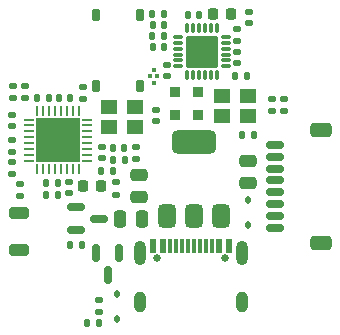
<source format=gbr>
%TF.GenerationSoftware,KiCad,Pcbnew,8.0.3-8.0.3-0~ubuntu24.04.1*%
%TF.CreationDate,2024-07-12T17:05:18+02:00*%
%TF.ProjectId,erace-rx-v2,65726163-652d-4727-982d-76322e6b6963,rev?*%
%TF.SameCoordinates,Original*%
%TF.FileFunction,Soldermask,Top*%
%TF.FilePolarity,Negative*%
%FSLAX46Y46*%
G04 Gerber Fmt 4.6, Leading zero omitted, Abs format (unit mm)*
G04 Created by KiCad (PCBNEW 8.0.3-8.0.3-0~ubuntu24.04.1) date 2024-07-12 17:05:18*
%MOMM*%
%LPD*%
G01*
G04 APERTURE LIST*
G04 Aperture macros list*
%AMRoundRect*
0 Rectangle with rounded corners*
0 $1 Rounding radius*
0 $2 $3 $4 $5 $6 $7 $8 $9 X,Y pos of 4 corners*
0 Add a 4 corners polygon primitive as box body*
4,1,4,$2,$3,$4,$5,$6,$7,$8,$9,$2,$3,0*
0 Add four circle primitives for the rounded corners*
1,1,$1+$1,$2,$3*
1,1,$1+$1,$4,$5*
1,1,$1+$1,$6,$7*
1,1,$1+$1,$8,$9*
0 Add four rect primitives between the rounded corners*
20,1,$1+$1,$2,$3,$4,$5,0*
20,1,$1+$1,$4,$5,$6,$7,0*
20,1,$1+$1,$6,$7,$8,$9,0*
20,1,$1+$1,$8,$9,$2,$3,0*%
G04 Aperture macros list end*
%ADD10RoundRect,0.140000X0.170000X-0.140000X0.170000X0.140000X-0.170000X0.140000X-0.170000X-0.140000X0*%
%ADD11RoundRect,0.135000X0.135000X0.185000X-0.135000X0.185000X-0.135000X-0.185000X0.135000X-0.185000X0*%
%ADD12RoundRect,0.140000X0.140000X0.170000X-0.140000X0.170000X-0.140000X-0.170000X0.140000X-0.170000X0*%
%ADD13RoundRect,0.140000X-0.140000X-0.170000X0.140000X-0.170000X0.140000X0.170000X-0.140000X0.170000X0*%
%ADD14C,0.650000*%
%ADD15R,0.600000X1.150000*%
%ADD16R,0.300000X1.150000*%
%ADD17O,1.000000X2.100000*%
%ADD18O,1.000000X1.800000*%
%ADD19R,1.400000X1.200000*%
%ADD20R,0.450000X0.300000*%
%ADD21R,0.300000X0.450000*%
%ADD22RoundRect,0.135000X-0.135000X-0.185000X0.135000X-0.185000X0.135000X0.185000X-0.135000X0.185000X0*%
%ADD23RoundRect,0.135000X0.185000X-0.135000X0.185000X0.135000X-0.185000X0.135000X-0.185000X-0.135000X0*%
%ADD24RoundRect,0.135000X-0.185000X0.135000X-0.185000X-0.135000X0.185000X-0.135000X0.185000X0.135000X0*%
%ADD25RoundRect,0.150000X0.625000X-0.150000X0.625000X0.150000X-0.625000X0.150000X-0.625000X-0.150000X0*%
%ADD26RoundRect,0.250000X0.650000X-0.350000X0.650000X0.350000X-0.650000X0.350000X-0.650000X-0.350000X0*%
%ADD27RoundRect,0.147500X0.147500X0.172500X-0.147500X0.172500X-0.147500X-0.172500X0.147500X-0.172500X0*%
%ADD28RoundRect,0.150000X-0.587500X-0.150000X0.587500X-0.150000X0.587500X0.150000X-0.587500X0.150000X0*%
%ADD29RoundRect,0.218750X0.218750X0.256250X-0.218750X0.256250X-0.218750X-0.256250X0.218750X-0.256250X0*%
%ADD30RoundRect,0.062500X0.062500X-0.337500X0.062500X0.337500X-0.062500X0.337500X-0.062500X-0.337500X0*%
%ADD31RoundRect,0.062500X0.337500X-0.062500X0.337500X0.062500X-0.337500X0.062500X-0.337500X-0.062500X0*%
%ADD32R,3.700000X3.700000*%
%ADD33RoundRect,0.250000X0.475000X-0.250000X0.475000X0.250000X-0.475000X0.250000X-0.475000X-0.250000X0*%
%ADD34RoundRect,0.250000X-0.475000X0.250000X-0.475000X-0.250000X0.475000X-0.250000X0.475000X0.250000X0*%
%ADD35RoundRect,0.375000X0.375000X-0.625000X0.375000X0.625000X-0.375000X0.625000X-0.375000X-0.625000X0*%
%ADD36RoundRect,0.500000X1.400000X-0.500000X1.400000X0.500000X-1.400000X0.500000X-1.400000X-0.500000X0*%
%ADD37RoundRect,0.140000X-0.170000X0.140000X-0.170000X-0.140000X0.170000X-0.140000X0.170000X0.140000X0*%
%ADD38RoundRect,0.250000X-0.600000X0.250000X-0.600000X-0.250000X0.600000X-0.250000X0.600000X0.250000X0*%
%ADD39RoundRect,0.187500X0.187500X-0.312500X0.187500X0.312500X-0.187500X0.312500X-0.187500X-0.312500X0*%
%ADD40R,0.863600X0.863600*%
%ADD41RoundRect,0.112500X-0.112500X0.187500X-0.112500X-0.187500X0.112500X-0.187500X0.112500X0.187500X0*%
%ADD42RoundRect,0.147500X-0.172500X0.147500X-0.172500X-0.147500X0.172500X-0.147500X0.172500X0.147500X0*%
%ADD43RoundRect,0.150000X-0.150000X0.587500X-0.150000X-0.587500X0.150000X-0.587500X0.150000X0.587500X0*%
%ADD44RoundRect,0.225000X-0.225000X-0.250000X0.225000X-0.250000X0.225000X0.250000X-0.225000X0.250000X0*%
%ADD45RoundRect,0.135000X-1.215000X-1.215000X1.215000X-1.215000X1.215000X1.215000X-1.215000X1.215000X0*%
%ADD46RoundRect,0.060000X-0.090000X-0.340000X0.090000X-0.340000X0.090000X0.340000X-0.090000X0.340000X0*%
%ADD47RoundRect,0.060000X0.340000X-0.090000X0.340000X0.090000X-0.340000X0.090000X-0.340000X-0.090000X0*%
%ADD48RoundRect,0.060000X0.090000X0.340000X-0.090000X0.340000X-0.090000X-0.340000X0.090000X-0.340000X0*%
%ADD49RoundRect,0.060000X-0.340000X0.090000X-0.340000X-0.090000X0.340000X-0.090000X0.340000X0.090000X0*%
%ADD50RoundRect,0.112500X0.112500X-0.187500X0.112500X0.187500X-0.112500X0.187500X-0.112500X-0.187500X0*%
%ADD51RoundRect,0.250000X-0.250000X-0.475000X0.250000X-0.475000X0.250000X0.475000X-0.250000X0.475000X0*%
G04 APERTURE END LIST*
D10*
%TO.C,C11*%
X54400000Y-65000000D03*
X54400000Y-64040000D03*
%TD*%
D11*
%TO.C,R2*%
X59160000Y-62150000D03*
X58140000Y-62150000D03*
%TD*%
D12*
%TO.C,C13*%
X65480000Y-49900000D03*
X64520000Y-49900000D03*
%TD*%
D13*
%TO.C,C1*%
X57170000Y-63150000D03*
X58130000Y-63150000D03*
%TD*%
D14*
%TO.C,J2*%
X61880000Y-70510000D03*
X67660000Y-70510000D03*
D15*
X61570000Y-69465000D03*
X62370000Y-69465000D03*
D16*
X63520000Y-69465000D03*
X64520000Y-69465000D03*
X65020000Y-69465000D03*
X66020000Y-69465000D03*
D15*
X67170000Y-69465000D03*
X67970000Y-69465000D03*
X67970000Y-69465000D03*
X67170000Y-69465000D03*
D16*
X66520000Y-69465000D03*
X65520000Y-69465000D03*
X64020000Y-69465000D03*
X63020000Y-69465000D03*
D15*
X62370000Y-69465000D03*
X61570000Y-69465000D03*
D17*
X60450000Y-70040000D03*
D18*
X60450000Y-74190000D03*
D17*
X69090000Y-70040000D03*
D18*
X69090000Y-74190000D03*
%TD*%
D19*
%TO.C,Y2*%
X69600000Y-56750000D03*
X67400000Y-56750000D03*
X67400000Y-58450000D03*
X69600000Y-58450000D03*
%TD*%
D10*
%TO.C,C2*%
X57250000Y-62030000D03*
X57250000Y-61070000D03*
%TD*%
D20*
%TO.C,FL1*%
X61925000Y-55100000D03*
D21*
X61600000Y-55675000D03*
D20*
X61275000Y-55100000D03*
D21*
X61600000Y-54525000D03*
%TD*%
D11*
%TO.C,R13*%
X57010000Y-76000000D03*
X55990000Y-76000000D03*
%TD*%
D22*
%TO.C,R6*%
X51690000Y-56900000D03*
X52710000Y-56900000D03*
%TD*%
%TO.C,R9*%
X54500000Y-69350000D03*
X55520000Y-69350000D03*
%TD*%
D23*
%TO.C,R3*%
X60100000Y-62110000D03*
X60100000Y-61090000D03*
%TD*%
D24*
%TO.C,R10*%
X57000000Y-73990000D03*
X57000000Y-75010000D03*
%TD*%
D13*
%TO.C,C8*%
X58170000Y-61150000D03*
X59130000Y-61150000D03*
%TD*%
D25*
%TO.C,J1*%
X71900000Y-67900000D03*
X71900000Y-66900000D03*
X71900000Y-65900000D03*
X71900000Y-64900000D03*
X71900000Y-63900000D03*
X71900000Y-62900000D03*
X71900000Y-61900000D03*
X71900000Y-60900000D03*
D26*
X75775000Y-69200000D03*
X75775000Y-59600000D03*
%TD*%
D13*
%TO.C,C10*%
X52520000Y-64100000D03*
X53480000Y-64100000D03*
%TD*%
%TO.C,C4*%
X53570000Y-56900000D03*
X54530000Y-56900000D03*
%TD*%
D11*
%TO.C,R11*%
X62510000Y-51700000D03*
X61490000Y-51700000D03*
%TD*%
D27*
%TO.C,D3*%
X62485000Y-50750000D03*
X61515000Y-50750000D03*
%TD*%
D11*
%TO.C,R4*%
X62510000Y-49800000D03*
X61490000Y-49800000D03*
%TD*%
D28*
%TO.C,Q2*%
X55062500Y-66187500D03*
X55062500Y-68087500D03*
X56937500Y-67137500D03*
%TD*%
D29*
%TO.C,L5*%
X68187500Y-49800000D03*
X66612500Y-49800000D03*
%TD*%
D24*
%TO.C,R8*%
X71600000Y-56990000D03*
X71600000Y-58010000D03*
%TD*%
D30*
%TO.C,U1*%
X51750000Y-62950000D03*
X52250000Y-62950000D03*
X52750000Y-62950000D03*
X53250000Y-62950000D03*
X53750000Y-62950000D03*
X54250000Y-62950000D03*
X54750000Y-62950000D03*
X55250000Y-62950000D03*
D31*
X55950000Y-62250000D03*
X55950000Y-61750000D03*
X55950000Y-61250000D03*
X55950000Y-60750000D03*
X55950000Y-60250000D03*
X55950000Y-59750000D03*
X55950000Y-59250000D03*
X55950000Y-58750000D03*
D30*
X55250000Y-58050000D03*
X54750000Y-58050000D03*
X54250000Y-58050000D03*
X53750000Y-58050000D03*
X53250000Y-58050000D03*
X52750000Y-58050000D03*
X52250000Y-58050000D03*
X51750000Y-58050000D03*
D31*
X51050000Y-58750000D03*
X51050000Y-59250000D03*
X51050000Y-59750000D03*
X51050000Y-60250000D03*
X51050000Y-60750000D03*
X51050000Y-61250000D03*
X51050000Y-61750000D03*
X51050000Y-62250000D03*
D32*
X53500000Y-60500000D03*
%TD*%
D33*
%TO.C,C20*%
X69600000Y-64150000D03*
X69600000Y-62250000D03*
%TD*%
D34*
%TO.C,C26*%
X60400000Y-63450000D03*
X60400000Y-65350000D03*
%TD*%
D35*
%TO.C,U2*%
X62700000Y-66950000D03*
X65000000Y-66950000D03*
D36*
X65000000Y-60650000D03*
D35*
X67300000Y-66950000D03*
%TD*%
D27*
%TO.C,L1*%
X53485000Y-65100000D03*
X52515000Y-65100000D03*
%TD*%
D37*
%TO.C,C7*%
X61800000Y-57920000D03*
X61800000Y-58880000D03*
%TD*%
D38*
%TO.C,AE1*%
X50180000Y-66625000D03*
X50180000Y-69825000D03*
%TD*%
D39*
%TO.C,BN1*%
X56725000Y-55913197D03*
X56725000Y-49913197D03*
X60475000Y-55913197D03*
X60475000Y-49913197D03*
%TD*%
D40*
%TO.C,AE2*%
X63434800Y-56435001D03*
X63434800Y-58364999D03*
X65365200Y-58364999D03*
X65365200Y-56435001D03*
%TD*%
D24*
%TO.C,R12*%
X72600000Y-56990000D03*
X72600000Y-58010000D03*
%TD*%
%TO.C,R5*%
X50700000Y-55890000D03*
X50700000Y-56910000D03*
%TD*%
D37*
%TO.C,C5*%
X49600000Y-60520000D03*
X49600000Y-61480000D03*
%TD*%
%TO.C,C12*%
X68700000Y-53020000D03*
X68700000Y-53980000D03*
%TD*%
%TO.C,C3*%
X55600000Y-56020000D03*
X55600000Y-56980000D03*
%TD*%
D41*
%TO.C,D2*%
X69600000Y-65550000D03*
X69600000Y-67650000D03*
%TD*%
D10*
%TO.C,C16*%
X69700000Y-50580000D03*
X69700000Y-49620000D03*
%TD*%
D12*
%TO.C,C18*%
X70080000Y-60100000D03*
X69120000Y-60100000D03*
%TD*%
D37*
%TO.C,C15*%
X68700000Y-51120000D03*
X68700000Y-52080000D03*
%TD*%
D42*
%TO.C,L2*%
X50300000Y-64215000D03*
X50300000Y-65185000D03*
%TD*%
D10*
%TO.C,C6*%
X49600000Y-63330000D03*
X49600000Y-62370000D03*
%TD*%
D27*
%TO.C,D1*%
X62485000Y-52650000D03*
X61515000Y-52650000D03*
%TD*%
D43*
%TO.C,Q1*%
X58650000Y-70062500D03*
X56750000Y-70062500D03*
X57700000Y-71937500D03*
%TD*%
D23*
%TO.C,R7*%
X49700000Y-56910000D03*
X49700000Y-55890000D03*
%TD*%
D44*
%TO.C,C9*%
X55625000Y-64400000D03*
X57175000Y-64400000D03*
%TD*%
D45*
%TO.C,RF1*%
X65700000Y-53000000D03*
D46*
X64450000Y-55000000D03*
X64950000Y-55000000D03*
X65450000Y-55000000D03*
X65950000Y-55000000D03*
X66450000Y-55000000D03*
X66950000Y-55000000D03*
D47*
X67700000Y-54250000D03*
X67700000Y-53750000D03*
X67700000Y-53250000D03*
X67700000Y-52750000D03*
X67700000Y-52250000D03*
X67700000Y-51750000D03*
D48*
X66950000Y-51000000D03*
X66450000Y-51000000D03*
X65950000Y-51000000D03*
X65450000Y-51000000D03*
X64950000Y-51000000D03*
X64450000Y-51000000D03*
D49*
X63700000Y-51750000D03*
X63700000Y-52250000D03*
X63700000Y-52750000D03*
X63700000Y-53250000D03*
X63700000Y-53750000D03*
X63700000Y-54250000D03*
%TD*%
D19*
%TO.C,Y1*%
X57850000Y-59350000D03*
X60050000Y-59350000D03*
X60050000Y-57650000D03*
X57850000Y-57650000D03*
%TD*%
D37*
%TO.C,C14*%
X62700000Y-54120000D03*
X62700000Y-55080000D03*
%TD*%
D13*
%TO.C,C17*%
X68520000Y-55100000D03*
X69480000Y-55100000D03*
%TD*%
D42*
%TO.C,L4*%
X49600000Y-58365000D03*
X49600000Y-59335000D03*
%TD*%
D50*
%TO.C,D4*%
X58500000Y-75650000D03*
X58500000Y-73550000D03*
%TD*%
D51*
%TO.C,C27*%
X58750000Y-67200000D03*
X60650000Y-67200000D03*
%TD*%
D24*
%TO.C,R1*%
X58400000Y-64080000D03*
X58400000Y-65100000D03*
%TD*%
M02*

</source>
